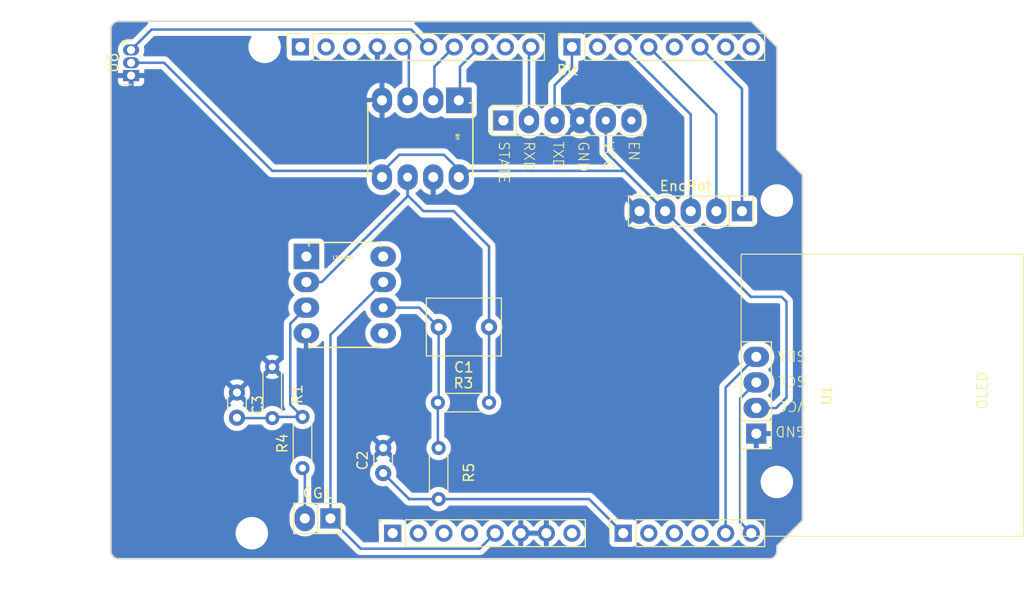
<source format=kicad_pcb>
(kicad_pcb (version 20241229) (generator "pcbnew") (generator_version "9.0")
  (title_block (date "mar. 31 mars 2015"))
  (layers (0 "F.Cu" signal) (2 "B.Cu" signal) (13 "F.Paste" user) (15 "B.Paste" user) (5 "F.SilkS" user "F.Silkscreen") (7 "B.SilkS" user "B.Silkscreen") (1 "F.Mask" user) (3 "B.Mask" user) (25 "Edge.Cuts" user))
  (net 0 "")
  (net 1 "GND")
  (net 3 "+5V")
  (net 4 "/IOREF")
  (net 5 "Sortie Capteur")
  (net 6 "/A1")
  (net 7 "/A2")
  (net 8 "/A3")
  (net 9 "/AREF")
  (net 10 "/*9")
  (net 11 "/*6")
  (net 12 "/TX{slash}1")
  (net 13 "/*3")
  (net 14 "/RX{slash}0")
  (net 15 "+3V3")
  (net 16 "VCC")
  (net 17 "/~{RESET}")
  (net 18 "TXD")
  (net 19 "SCL")
  (net 20 "RXD")
  (net 21 "SDA")
  (net 24 "CLK")
  (net 25 "DT")
  (net 26 "SW")
  (net 27 "ADC")
  (net 28 "SDI")
  (net 29 "SCK")
  (net 30 "SS")
  (net 31 "/A5")
  (net 32 "/A4")
  (net 33 "Net-(LTC1050--IN)")
  (net 34 "Net-(LTC1050-OUT)")
  (net 35 "Net-(LTC1050-+IN)")
  (net 36 "PWR")
  (footprint "Connector_PinSocket_2.54mm:PinSocket_1x08_P2.54mm_Vertical" (layer "F.Cu") (at 127.94 97.46 90)
    (property "Reference" "J1" (hide yes))
    (property "Value" "Power")
    (fp_line (start 1.33 -1.33) (end 1.33 0) (stroke (width 0.12)) (layer "F.SilkS"))
    (fp_line (start 0 -1.33) (end 1.33 -1.33) (stroke (width 0.12)) (layer "F.SilkS"))
    (fp_line (start 1.33 1.27) (end 1.33 19.11) (stroke (width 0.12)) (layer "F.SilkS"))
    (fp_line (start -1.33 1.27) (end 1.33 1.27) (stroke (width 0.12)) (layer "F.SilkS"))
    (fp_line (start -1.33 1.27) (end -1.33 19.11) (stroke (width 0.12)) (layer "F.SilkS"))
    (fp_line (start -1.33 19.11) (end 1.33 19.11) (stroke (width 0.12)) (layer "F.SilkS"))
    (pad "1" thru_hole rect (at 0 0 90) (size 1.7 1.7) (drill 1) (layers "*.Cu" "*.Mask"))
    (pad "2" thru_hole oval (at 0 2.54 90) (size 1.7 1.7) (drill 1) (layers "*.Cu" "*.Mask") (net 4 "/IOREF"))
    (pad "3" thru_hole oval (at 0 5.08 90) (size 1.7 1.7) (drill 1) (layers "*.Cu" "*.Mask") (net 17 "/~{RESET}"))
    (pad "4" thru_hole oval (at 0 7.62 90) (size 1.7 1.7) (drill 1) (layers "*.Cu" "*.Mask") (net 15 "+3V3"))
    (pad "5" thru_hole oval (at 0 10.16 90) (size 1.7 1.7) (drill 1) (layers "*.Cu" "*.Mask") (net 3 "+5V"))
    (pad "6" thru_hole oval (at 0 12.7 90) (size 1.7 1.7) (drill 1) (layers "*.Cu" "*.Mask") (net 1 "GND"))
    (pad "7" thru_hole oval (at 0 15.24 90) (size 1.7 1.7) (drill 1) (layers "*.Cu" "*.Mask") (net 1 "GND"))
    (pad "8" thru_hole oval (at 0 17.78 90) (size 1.7 1.7) (drill 1) (layers "*.Cu" "*.Mask") (net 16 "VCC"))
  )
  (footprint "Connector_PinSocket_2.54mm:PinSocket_1x06_P2.54mm_Vertical" (layer "F.Cu") (at 150.8 97.46 90)
    (property "Reference" "J3" (hide yes))
    (property "Value" "Analog")
    (fp_line (start 1.33 -1.33) (end 1.33 0) (stroke (width 0.12)) (layer "F.SilkS"))
    (fp_line (start 0 -1.33) (end 1.33 -1.33) (stroke (width 0.12)) (layer "F.SilkS"))
    (fp_line (start 1.33 1.27) (end 1.33 14.03) (stroke (width 0.12)) (layer "F.SilkS"))
    (fp_line (start -1.33 1.27) (end 1.33 1.27) (stroke (width 0.12)) (layer "F.SilkS"))
    (fp_line (start -1.33 1.27) (end -1.33 14.03) (stroke (width 0.12)) (layer "F.SilkS"))
    (fp_line (start -1.33 14.03) (end 1.33 14.03) (stroke (width 0.12)) (layer "F.SilkS"))
    (pad "1" thru_hole rect (at 0 0 90) (size 1.7 1.7) (drill 1) (layers "*.Cu" "*.Mask") (net 27 "ADC"))
    (pad "2" thru_hole oval (at 0 2.54 90) (size 1.7 1.7) (drill 1) (layers "*.Cu" "*.Mask") (net 6 "/A1"))
    (pad "3" thru_hole oval (at 0 5.08 90) (size 1.7 1.7) (drill 1) (layers "*.Cu" "*.Mask") (net 7 "/A2"))
    (pad "4" thru_hole oval (at 0 7.62 90) (size 1.7 1.7) (drill 1) (layers "*.Cu" "*.Mask") (net 8 "/A3"))
    (pad "5" thru_hole oval (at 0 10.16 90) (size 1.7 1.7) (drill 1) (layers "*.Cu" "*.Mask") (net 21 "SDA"))
    (pad "6" thru_hole oval (at 0 12.7 90) (size 1.7 1.7) (drill 1) (layers "*.Cu" "*.Mask") (net 19 "SCL"))
  )
  (footprint "Connector_PinSocket_2.54mm:PinSocket_1x10_P2.54mm_Vertical" (layer "F.Cu") (at 118.796 49.2 90)
    (property "Reference" "J2" (hide yes))
    (property "Value" "Digital/PWM")
    (fp_line (start 1.33 -1.33) (end 1.33 0) (stroke (width 0.12)) (layer "F.SilkS"))
    (fp_line (start 0 -1.33) (end 1.33 -1.33) (stroke (width 0.12)) (layer "F.SilkS"))
    (fp_line (start 1.33 1.27) (end 1.33 24.19) (stroke (width 0.12)) (layer "F.SilkS"))
    (fp_line (start -1.33 1.27) (end 1.33 1.27) (stroke (width 0.12)) (layer "F.SilkS"))
    (fp_line (start -1.33 1.27) (end -1.33 24.19) (stroke (width 0.12)) (layer "F.SilkS"))
    (fp_line (start -1.33 24.19) (end 1.33 24.19) (stroke (width 0.12)) (layer "F.SilkS"))
    (pad "1" thru_hole rect (at 0 0 90) (size 1.7 1.7) (drill 1) (layers "*.Cu" "*.Mask") (net 31 "/A5"))
    (pad "2" thru_hole oval (at 0 2.54 90) (size 1.7 1.7) (drill 1) (layers "*.Cu" "*.Mask") (net 32 "/A4"))
    (pad "3" thru_hole oval (at 0 5.08 90) (size 1.7 1.7) (drill 1) (layers "*.Cu" "*.Mask") (net 9 "/AREF"))
    (pad "4" thru_hole oval (at 0 7.62 90) (size 1.7 1.7) (drill 1) (layers "*.Cu" "*.Mask") (net 1 "GND"))
    (pad "5" thru_hole oval (at 0 10.16 90) (size 1.7 1.7) (drill 1) (layers "*.Cu" "*.Mask") (net 28 "SDI"))
    (pad "6" thru_hole oval (at 0 12.7 90) (size 1.7 1.7) (drill 1) (layers "*.Cu" "*.Mask") (net 36 "PWR"))
    (pad "7" thru_hole oval (at 0 15.24 90) (size 1.7 1.7) (drill 1) (layers "*.Cu" "*.Mask") (net 29 "SCK"))
    (pad "8" thru_hole oval (at 0 17.78 90) (size 1.7 1.7) (drill 1) (layers "*.Cu" "*.Mask") (net 30 "SS"))
    (pad "9" thru_hole oval (at 0 20.32 90) (size 1.7 1.7) (drill 1) (layers "*.Cu" "*.Mask") (net 10 "/*9"))
    (pad "10" thru_hole oval (at 0 22.86 90) (size 1.7 1.7) (drill 1) (layers "*.Cu" "*.Mask") (net 20 "RXD"))
  )
  (footprint "Connector_PinSocket_2.54mm:PinSocket_1x08_P2.54mm_Vertical" (layer "F.Cu") (at 145.72 49.2 90)
    (property "Reference" "J4" (hide yes))
    (property "Value" "Digital/PWM")
    (fp_line (start 1.33 -1.33) (end 1.33 0) (stroke (width 0.12)) (layer "F.SilkS"))
    (fp_line (start 0 -1.33) (end 1.33 -1.33) (stroke (width 0.12)) (layer "F.SilkS"))
    (fp_line (start 1.33 1.27) (end 1.33 19.11) (stroke (width 0.12)) (layer "F.SilkS"))
    (fp_line (start -1.33 1.27) (end 1.33 1.27) (stroke (width 0.12)) (layer "F.SilkS"))
    (fp_line (start -1.33 1.27) (end -1.33 19.11) (stroke (width 0.12)) (layer "F.SilkS"))
    (fp_line (start -1.33 19.11) (end 1.33 19.11) (stroke (width 0.12)) (layer "F.SilkS"))
    (pad "1" thru_hole rect (at 0 0 90) (size 1.7 1.7) (drill 1) (layers "*.Cu" "*.Mask") (net 18 "TXD"))
    (pad "2" thru_hole oval (at 0 2.54 90) (size 1.7 1.7) (drill 1) (layers "*.Cu" "*.Mask") (net 11 "/*6"))
    (pad "3" thru_hole oval (at 0 5.08 90) (size 1.7 1.7) (drill 1) (layers "*.Cu" "*.Mask") (net 26 "SW"))
    (pad "4" thru_hole oval (at 0 7.62 90) (size 1.7 1.7) (drill 1) (layers "*.Cu" "*.Mask") (net 25 "DT"))
    (pad "5" thru_hole oval (at 0 10.16 90) (size 1.7 1.7) (drill 1) (layers "*.Cu" "*.Mask") (net 13 "/*3"))
    (pad "6" thru_hole oval (at 0 12.7 90) (size 1.7 1.7) (drill 1) (layers "*.Cu" "*.Mask") (net 24 "CLK"))
    (pad "7" thru_hole oval (at 0 15.24 90) (size 1.7 1.7) (drill 1) (layers "*.Cu" "*.Mask") (net 12 "/TX{slash}1"))
    (pad "8" thru_hole oval (at 0 17.78 90) (size 1.7 1.7) (drill 1) (layers "*.Cu" "*.Mask") (net 14 "/RX{slash}0"))
  )
  (footprint "My_footprints_Librairy:MCP4110" (layer "F.Cu") (at 126.88 62.12 -90)
    (property "Reference" "U5" (at -4 -7.5 90) (layer "F.SilkS") (effects (font (size 0.314961 0.314961) (thickness 0.07874))))
    (property "Value" "MCP41100")
    (fp_line (start -7.366 1.397) (end -0.254 1.397) (stroke (width 0.1524)) (layer "F.SilkS"))
    (fp_line (start -0.254 1.397) (end -0.254 0.9906) (stroke (width 0.1524)) (layer "F.SilkS"))
    (fp_line (start -7.366 0.9906) (end -7.366 1.397) (stroke (width 0.1524)) (layer "F.SilkS"))
    (fp_line (start -0.254 -8.6106) (end -0.254 -9.017) (stroke (width 0.1524)) (layer "F.SilkS"))
    (fp_line (start -7.366 -9.017) (end -7.366 -8.6614) (stroke (width 0.1524)) (layer "F.SilkS"))
    (fp_line (start -0.254 -9.017) (end -7.366 -9.017) (stroke (width 0.1524)) (layer "F.SilkS"))
    (pad "1" thru_hole rect (at -7.62 -7.62 270) (size 2.54 2.54) (drill 1) (layers "*.Cu" "*.Mask") (net 30 "SS"))
    (pad "2" thru_hole oval (at -7.62 -5.08 270) (size 2.54 2) (drill 1) (layers "*.Cu" "*.Mask") (net 29 "SCK"))
    (pad "3" thru_hole oval (at -7.62 -2.54 270) (size 2.54 2) (drill 1) (layers "*.Cu" "*.Mask") (net 28 "SDI"))
    (pad "4" thru_hole oval (at -7.62 0 270) (size 2.54 2) (drill 1) (layers "*.Cu" "*.Mask") (net 1 "GND"))
    (pad "5" thru_hole oval (at 0 0 270) (size 2.54 2) (drill 1) (layers "*.Cu" "*.Mask") (net 3 "+5V"))
    (pad "6" thru_hole oval (at 0 -2.54 270) (size 2.54 2) (drill 0.889) (layers "*.Cu" "*.Mask") (net 33 "Net-(LTC1050--IN)"))
    (pad "7" thru_hole oval (at 0 -5.08 270) (size 2.54 2) (drill 1) (layers "*.Cu" "*.Mask") (net 1 "GND"))
    (pad "8" thru_hole oval (at 0 -7.62 270) (size 2.54 2) (drill 1) (layers "*.Cu" "*.Mask") (net 3 "+5V"))
  )
  (footprint "emprente:ENCODEUR ROTATION" (layer "F.Cu") (at 157.5 65.5 180)
    (property "Reference" "EncRot" (at 0.5 2.5 0) (layer "F.SilkS"))
    (property "Value" "~")
    (fp_line (start 6.18 1.5) (end -6.18 1.5) (stroke (width 0.12)) (layer "F.SilkS"))
    (fp_line (start 6.18 -1.5) (end 6.18 1.5) (stroke (width 0.12)) (layer "F.SilkS"))
    (fp_line (start -3.81 -1.5) (end -3.81 1.5) (stroke (width 0.12)) (layer "F.SilkS"))
    (fp_line (start -6.18 1.5) (end -6.18 -1.5) (stroke (width 0.12)) (layer "F.SilkS"))
    (fp_line (start -6.18 -1.5) (end 6.18 -1.5) (stroke (width 0.12)) (layer "F.SilkS"))
    (pad "1" thru_hole rect (at -5.08 0 180) (size 2 2) (drill 1) (layers "*.Cu" "*.Mask") (net 24 "CLK"))
    (pad "2" thru_hole oval (at -2.54 0 180) (size 2 2.54) (drill 1) (layers "*.Cu" "*.Mask") (net 25 "DT"))
    (pad "3" thru_hole oval (at 0 0 180) (size 2 2.54) (drill 1) (layers "*.Cu" "*.Mask") (net 26 "SW"))
    (pad "4" thru_hole oval (at 2.54 0 180) (size 2 2.54) (drill 1) (layers "*.Cu" "*.Mask") (net 3 "+5V"))
    (pad "5" thru_hole oval (at 5.08 0 180) (size 2 2.54) (drill 1) (layers "*.Cu" "*.Mask") (net 1 "GND"))
  )
  (footprint "My_footprints_Librairy:SIP-2" (layer "F.Cu") (at 120.5 96 180)
    (property "Reference" "CG1" (at 0 2.5 0) (layer "F.SilkS"))
    (property "Value" "~")
    (fp_line (start 2.37 1.5) (end -2.37 1.5) (stroke (width 0.12)) (layer "F.SilkS"))
    (fp_line (start 2.37 -1.5) (end 2.37 1.5) (stroke (width 0.12)) (layer "F.SilkS"))
    (fp_line (start 0 -1.5) (end 0 1.5) (stroke (width 0.12)) (layer "F.SilkS"))
    (fp_line (start -2.37 1.5) (end -2.37 -1.5) (stroke (width 0.12)) (layer "F.SilkS"))
    (fp_line (start -2.37 -1.5) (end 2.37 -1.5) (stroke (width 0.12)) (layer "F.SilkS"))
    (pad "1" thru_hole rect (at -1.27 0 180) (size 2 2) (drill 1) (layers "*.Cu" "*.Mask") (net 3 "+5V"))
    (pad "2" thru_hole oval (at 1.27 0 180) (size 2 2.54) (drill 1) (layers "*.Cu" "*.Mask") (net 5 "Sortie Capteur"))
  )
  (footprint "Capacitor_THT:C_Rect_L7.2mm_W5.5mm_P5.00mm_FKS2_FKP2_MKS2_MKP2" (layer "F.Cu") (at 137.5 77 180)
    (property "Reference" "C1" (at 2.5 -4 0) (layer "F.SilkS"))
    (property "Value" "1u")
    (fp_line (start 6.22 -2.87) (end 6.22 2.87) (stroke (width 0.12)) (layer "F.SilkS"))
    (fp_line (start -1.22 2.87) (end 6.22 2.87) (stroke (width 0.12)) (layer "F.SilkS"))
    (fp_line (start -1.22 -2.87) (end 6.22 -2.87) (stroke (width 0.12)) (layer "F.SilkS"))
    (fp_line (start -1.22 -2.87) (end -1.22 2.87) (stroke (width 0.12)) (layer "F.SilkS"))
    (pad "1" thru_hole circle (at 0 0 180) (size 1.6 1.6) (drill 0.8) (layers "*.Cu" "*.Mask") (net 33 "Net-(LTC1050--IN)"))
    (pad "2" thru_hole circle (at 5 0 180) (size 1.6 1.6) (drill 0.8) (layers "*.Cu" "*.Mask") (net 34 "Net-(LTC1050-OUT)"))
  )
  (footprint "Arduino_MountingHole:MountingHole_3.2mm" (layer "F.Cu") (at 115.24 49.2)
    (property "Reference" "MH1" (hide yes))
    (property "Value" "MountingHole_3.2mm" (hide yes))
    (pad "" np_thru_hole circle (at 0 0) (size 3.2 3.2) (drill 3.2) (layers "*.Cu" "*.Mask"))
  )
  (footprint "Resistor_THT:R_Axial_DIN0204_L3.6mm_D1.6mm_P5.08mm_Horizontal" (layer "F.Cu") (at 116 80.96 -90)
    (property "Reference" "R1" (at 2.705 -2.48 90) (layer "F.SilkS"))
    (property "Value" "100k")
    (fp_line (start 0.62 0.92) (end 4.46 0.92) (stroke (width 0.12)) (layer "F.SilkS"))
    (fp_line (start 0.62 -0.92) (end 4.46 -0.92) (stroke (width 0.12)) (layer "F.SilkS"))
    (pad "1" thru_hole circle (at 0 0 270) (size 1.4 1.4) (drill 0.7) (layers "*.Cu" "*.Mask") (net 1 "GND"))
    (pad "2" thru_hole oval (at 5.08 0 270) (size 1.4 1.4) (drill 0.7) (layers "*.Cu" "*.Mask") (net 35 "Net-(LTC1050-+IN)"))
  )
  (footprint "Capacitor_THT:C_Disc_D3.0mm_W1.6mm_P2.50mm" (layer "F.Cu") (at 112.5 83.5 -90)
    (property "Reference" "C3" (at 1.25 -2.05 90) (layer "F.SilkS"))
    (property "Value" "100n")
    (fp_line (start 0.621 0.92) (end 1.879 0.92) (stroke (width 0.12)) (layer "F.SilkS"))
    (fp_line (start 0.621 -0.92) (end 1.879 -0.92) (stroke (width 0.12)) (layer "F.SilkS"))
    (pad "1" thru_hole circle (at 0 0 270) (size 1.6 1.6) (drill 0.8) (layers "*.Cu" "*.Mask") (net 1 "GND"))
    (pad "2" thru_hole circle (at 2.5 0 270) (size 1.6 1.6) (drill 0.8) (layers "*.Cu" "*.Mask") (net 35 "Net-(LTC1050-+IN)"))
  )
  (footprint "Resistor_THT:R_Axial_DIN0204_L3.6mm_D1.6mm_P5.08mm_Horizontal" (layer "F.Cu") (at 119 91 90)
    (property "Reference" "R4" (at 2.46 -2 90) (layer "F.SilkS"))
    (property "Value" "10k")
    (fp_line (start 0.62 -0.92) (end 4.46 -0.92) (stroke (width 0.12)) (layer "F.SilkS"))
    (fp_line (start 0.62 0.92) (end 4.46 0.92) (stroke (width 0.12)) (layer "F.SilkS"))
    (pad "1" thru_hole circle (at 0 0 90) (size 1.4 1.4) (drill 0.7) (layers "*.Cu" "*.Mask") (net 5 "Sortie Capteur"))
    (pad "2" thru_hole oval (at 5.08 0 90) (size 1.4 1.4) (drill 0.7) (layers "*.Cu" "*.Mask") (net 35 "Net-(LTC1050-+IN)"))
  )
  (footprint "emprente:BLUETOOTH2" (layer "F.Cu") (at 145.27 56.5)
    (property "Reference" "Blt" (at 0 -5 0) (layer "F.SilkS"))
    (property "Value" "~")
    (fp_line (start -7.45 -1.5) (end 7.45 -1.5) (stroke (width 0.12)) (layer "F.SilkS"))
    (fp_line (start -7.45 1.5) (end -7.45 -1.5) (stroke (width 0.12)) (layer "F.SilkS"))
    (fp_line (start -5.08 -1.5) (end -5.08 1.5) (stroke (width 0.12)) (layer "F.SilkS"))
    (fp_line (start 7.45 -1.5) (end 7.45 1.5) (stroke (width 0.12)) (layer "F.SilkS"))
    (fp_line (start 7.45 1.5) (end -7.45 1.5) (stroke (width 0.12)) (layer "F.SilkS"))
    (fp_text user "VCC" (at 3.5 2 270) (layer "F.SilkS") (effects (font (thickness 0.1)) (justify left bottom)))
    (fp_text user "RXD" (at -4.38 2 270) (layer "F.SilkS") (effects (font (thickness 0.1)) (justify left bottom)))
    (fp_text user "STATE" (at -6.88 2 270) (layer "F.SilkS") (effects (font (thickness 0.1)) (justify left bottom)))
    (fp_text user "GND" (at 1 2 270) (layer "F.SilkS") (effects (font (thickness 0.1)) (justify left bottom)))
    (fp_text user "TXD" (at -1.5 2 270) (layer "F.SilkS") (effects (font (thickness 0.1)) (justify left bottom)))
    (fp_text user "EN" (at 6 2 270) (layer "F.SilkS") (effects (font (thickness 0.1)) (justify left bottom)))
    (pad "1" thru_hole rect (at -6.35 0) (size 2 2) (drill 1) (layers "*.Cu" "*.Mask"))
    (pad "2" thru_hole oval (at -3.81 0) (size 2 2.54) (drill 1) (layers "*.Cu" "*.Mask") (net 20 "RXD"))
    (pad "3" thru_hole oval (at -1.27 0) (size 2 2.54) (drill 0.8) (layers "*.Cu" "*.Mask") (net 18 "TXD"))
    (pad "4" thru_hole oval (at 1.27 0) (size 2 2.54) (drill 0.8) (layers "*.Cu" "*.Mask") (net 1 "GND"))
    (pad "5" thru_hole oval (at 3.81 0) (size 2 2.54) (drill 0.8) (layers "*.Cu" "*.Mask") (net 3 "+5V"))
    (pad "6" thru_hole oval (at 6.35 0) (size 2 2.4) (drill 0.8) (layers "*.Cu" "*.Mask"))
  )
  (footprint "emprente:SIP-4" (layer "F.Cu") (at 164 83.77 90)
    (property "Reference" "U1" (at 0 7 90) (layer "F.SilkS"))
    (property "Value" "~")
    (fp_line (start 5.31 -1.5) (end 5.31 1.5) (stroke (width 0.12)) (layer "F.SilkS"))
    (fp_line (start -2.54 -1.5) (end -2.54 1.5) (stroke (width 0.12)) (layer "F.SilkS"))
    (fp_line (start -5.31 -1.5) (end 5.31 -1.5) (stroke (width 0.12)) (layer "F.SilkS"))
    (fp_line (start 5.31 1.5) (end -5.31 1.5) (stroke (width 0.12)) (layer "F.SilkS"))
    (fp_line (start -5.31 1.5) (end -5.31 -1.5) (stroke (width 0.12)) (layer "F.SilkS"))
    (fp_rect (start -14 -1.5) (end 14 26.5) (stroke (width 0.1)) (fill no) (layer "F.SilkS"))
    (fp_text user "GND" (at -3 5 180) (layer "F.SilkS") (effects (font (thickness 0.1)) (justify left bottom)))
    (fp_text user "SCL" (at 2 5 180) (layer "F.SilkS") (effects (font (thickness 0.1)) (justify left bottom)))
    (fp_text user "SDA" (at 4.5 5 180) (layer "F.SilkS") (effects (font (thickness 0.1)) (justify left bottom)))
    (fp_text user "VCC" (at -0.5 5 180) (layer "F.SilkS") (effects (font (thickness 0.1)) (justify left bottom)))
    (fp_text user "OLED" (at -1.5 23 90) (layer "F.SilkS") (effects (font (thickness 0.1)) (justify left bottom)))
    (pad "1" thru_hole rect (at -3.81 0 90) (size 2 2) (drill 1) (layers "*.Cu" "*.Mask") (net 1 "GND"))
    (pad "2" thru_hole oval (at -1.27 0 90) (size 2 2.54) (drill 1) (layers "*.Cu" "*.Mask") (net 3 "+5V"))
    (pad "3" thru_hole oval (at 1.27 0 90) (size 2 2.54) (drill 1) (layers "*.Cu" "*.Mask") (net 19 "SCL"))
    (pad "4" thru_hole oval (at 3.81 0 90) (size 2 2.54) (drill 1) (layers "*.Cu" "*.Mask") (net 21 "SDA"))
  )
  (footprint "LTC1050ACN8_PBF:PDIP-8_N" (layer "F.Cu") (at 127 77.62)
    (property "Reference" "LTC1050" (at -4 -7.5 0) (layer "F.SilkS") (effects (font (size 0.314961 0.314961) (thickness 0.07874))))
    (property "Value" "LTC1050ACN8_PBF")
    (fp_line (start -7.366 -9.017) (end -7.366 -8.6614) (stroke (width 0.1524)) (layer "F.SilkS"))
    (fp_line (start -7.366 0.9906) (end -7.366 1.397) (stroke (width 0.1524)) (layer "F.SilkS"))
    (fp_line (start -7.366 1.397) (end -0.254 1.397) (stroke (width 0.1524)) (layer "F.SilkS"))
    (fp_line (start -0.254 -9.017) (end -7.366 -9.017) (stroke (width 0.1524)) (layer "F.SilkS"))
    (fp_line (start -0.254 -8.6106) (end -0.254 -9.017) (stroke (width 0.1524)) (layer "F.SilkS"))
    (fp_line (start -0.254 1.397) (end -0.254 0.9906) (stroke (width 0.1524)) (layer "F.SilkS"))
    (pad "1" thru_hole rect (at -7.62 -7.62) (size 2.54 2.54) (drill 1) (layers "*.Cu" "*.Mask"))
    (pad "2" thru_hole oval (at -7.62 -5.08) (size 2.54 2) (drill 1) (layers "*.Cu" "*.Mask") (net 33 "Net-(LTC1050--IN)"))
    (pad "3" thru_hole oval (at -7.62 -2.54) (size 2.54 2) (drill 1) (layers "*.Cu" "*.Mask") (net 35 "Net-(LTC1050-+IN)"))
    (pad "4" thru_hole oval (at -7.62 0) (size 2.54 2) (drill 1) (layers "*.Cu" "*.Mask") (net 1 "GND"))
    (pad "5" thru_hole oval (at 0 0) (size 2.54 2) (drill 1) (layers "*.Cu" "*.Mask"))
    (pad "6" thru_hole oval (at 0 -2.54) (size 2.54 2) (drill 0.889) (layers "*.Cu" "*.Mask") (net 34 "Net-(LTC1050-OUT)"))
    (pad "7" thru_hole oval (at 0 -5.08) (size 2.54 2) (drill 1) (layers "*.Cu" "*.Mask") (net 3 "+5V"))
    (pad "8" thru_hole oval (at 0 -7.62) (size 2.54 2) (drill 1) (layers "*.Cu" "*.Mask"))
  )
  (footprint "Arduino_MountingHole:MountingHole_3.2mm" (layer "F.Cu") (at 113.97 97.46)
    (property "Reference" "MH2" (hide yes))
    (property "Value" "MountingHole_3.2mm" (hide yes))
    (pad "" np_thru_hole circle (at 0 0) (size 3.2 3.2) (drill 3.2) (layers "*.Cu" "*.Mask"))
  )
  (footprint "Arduino_MountingHole:MountingHole_3.2mm" (layer "F.Cu") (at 166.04 64.44)
    (property "Reference" "MH3" (hide yes))
    (property "Value" "MountingHole_3.2mm" (hide yes))
    (pad "" np_thru_hole circle (at 0 0) (size 3.2 3.2) (drill 3.2) (layers "*.Cu" "*.Mask"))
  )
  (footprint "Arduino_MountingHole:MountingHole_3.2mm" (layer "F.Cu") (at 166.04 92.38)
    (property "Reference" "MH4" (hide yes))
    (property "Value" "MountingHole_3.2mm" (hide yes))
    (pad "" np_thru_hole circle (at 0 0) (size 3.2 3.2) (drill 3.2) (layers "*.Cu" "*.Mask"))
  )
  (footprint "Resistor_THT:R_Axial_DIN0204_L3.6mm_D1.6mm_P5.08mm_Horizontal" (layer "F.Cu") (at 132.42 84.5)
    (property "Reference" "R3" (at 2.54 -1.92 0) (layer "F.SilkS"))
    (property "Value" "100k")
    (fp_line (start 0.62 -0.92) (end 4.46 -0.92) (stroke (width 0.12)) (layer "F.SilkS"))
    (fp_line (start 0.62 0.92) (end 4.46 0.92) (stroke (width 0.12)) (layer "F.SilkS"))
    (pad "1" thru_hole circle (at 0 0) (size 1.4 1.4) (drill 0.7) (layers "*.Cu" "*.Mask") (net 34 "Net-(LTC1050-OUT)"))
    (pad "2" thru_hole oval (at 5.08 0) (size 1.4 1.4) (drill 0.7) (layers "*.Cu" "*.Mask") (net 33 "Net-(LTC1050--IN)"))
  )
  (footprint "Sensor_Current:Allegro_SIP-3" (layer "F.Cu") (at 102 52.04 90)
    (property "Reference" "U6" (at 1.27 -1.8 90) (layer "F.SilkS"))
    (property "Value" "~")
    (fp_line (start 3.435 -0.85) (end 3.07 -0.85) (stroke (width 0.12)) (layer "F.SilkS"))
    (fp_line (start 3.435 -0.85) (end 3.435 0) (stroke (width 0.12)) (layer "F.SilkS"))
    (fp_line (start 2.01 -0.85) (end 1.8 -0.85) (stroke (width 0.12)) (layer "F.SilkS"))
    (fp_line (start -0.895 0) (end -0.895 -0.85) (stroke (width 0.12)) (layer "F.SilkS"))
    (fp_line (start 2.01 0.91) (end 1.8 0.91) (stroke (width 0.12)) (layer "F.SilkS"))
    (pad "1" thru_hole rect (at 0 0 90) (size 1.1 1.6) (drill 0.8) (layers "*.Cu" "*.Mask") (net 1 "GND"))
    (pad "2" thru_hole oval (at 1.27 0 90) (size 1.1 1.6) (drill 0.8) (layers "*.Cu" "*.Mask") (net 3 "+5V"))
    (pad "3" thru_hole oval (at 2.54 0 90) (size 1.1 1.6) (drill 0.8) (layers "*.Cu" "*.Mask") (net 36 "PWR"))
  )
  (footprint "Capacitor_THT:C_Disc_D3.0mm_W1.6mm_P2.50mm" (layer "F.Cu") (at 127 91.5 90)
    (property "Reference" "C2" (at 1.25 -2.05 90) (layer "F.SilkS"))
    (property "Value" "100n" (hide yes))
    (fp_line (start 0.621 -0.92) (end 1.879 -0.92) (stroke (width 0.12)) (layer "F.SilkS"))
    (fp_line (start 0.621 0.92) (end 1.879 0.92) (stroke (width 0.12)) (layer "F.SilkS"))
    (pad "1" thru_hole circle (at 0 0 90) (size 1.6 1.6) (drill 0.8) (layers "*.Cu" "*.Mask") (net 27 "ADC"))
    (pad "2" thru_hole circle (at 2.5 0 90) (size 1.6 1.6) (drill 0.8) (layers "*.Cu" "*.Mask") (net 1 "GND"))
  )
  (footprint "Resistor_THT:R_Axial_DIN0204_L3.6mm_D1.6mm_P5.08mm_Horizontal" (layer "F.Cu") (at 132.5 89 -90)
    (property "Reference" "R5" (at 2.46 -3 90) (layer "F.SilkS"))
    (property "Value" "1k")
    (fp_line (start 0.62 0.92) (end 4.46 0.92) (stroke (width 0.12)) (layer "F.SilkS"))
    (fp_line (start 0.62 -0.92) (end 4.46 -0.92) (stroke (width 0.12)) (layer "F.SilkS"))
    (pad "1" thru_hole circle (at 0 0 270) (size 1.4 1.4) (drill 0.7) (layers "*.Cu" "*.Mask") (net 34 "Net-(LTC1050-OUT)"))
    (pad "2" thru_hole oval (at 5.08 0 270) (size 1.4 1.4) (drill 0.7) (layers "*.Cu" "*.Mask") (net 27 "ADC"))
  )
  (gr_line (start 166.04 59.36) (end 168.58 61.9) (stroke (width 0.15)) (layer "Edge.Cuts"))
  (gr_line (start 100 99.238) (end 100 47.184) (stroke (width 0.15)) (layer "Edge.Cuts"))
  (gr_line (start 168.58 61.9) (end 168.58 96.19) (stroke (width 0.15)) (layer "Edge.Cuts"))
  (gr_line (start 165.278 100) (end 100.762 100) (stroke (width 0.15)) (layer "Edge.Cuts"))
  (gr_line (start 100.762 46.66) (end 163.5 46.66) (stroke (width 0.15)) (layer "Edge.Cuts"))
  (gr_arc (start 100.762 100) (mid 100.223185 99.776815) (end 100 99.238) (stroke (width 0.15)) (layer "Edge.Cuts"))
  (gr_line (start 168.58 96.19) (end 166.04 98.73) (stroke (width 0.15)) (layer "Edge.Cuts"))
  (gr_line (start 163.5 46.66) (end 166.04 49.2) (stroke (width 0.15)) (layer "Edge.Cuts"))
  (gr_arc (start 166.04 99.238) (mid 165.816815 99.776815) (end 165.278 100) (stroke (width 0.15)) (layer "Edge.Cuts"))
  (gr_line (start 166.04 49.2) (end 166.04 59.36) (stroke (width 0.15)) (layer "Edge.Cuts"))
  (gr_line (start 166.04 98.73) (end 166.04 99.238) (stroke (width 0.15)) (layer "Edge.Cuts"))
  (gr_arc (start 100 47.422) (mid 100.223185 46.883185) (end 100.762 46.66) (stroke (width 0.15)) (layer "Edge.Cuts"))
  (segment (start 127 49.784) (end 126.416 49.2) (width 0.25) (layer "B.Cu") (net 1))
  (segment (start 103.08 80.42) (end 103 80.5) (width 0.25) (layer "B.Cu") (net 1))
  (segment (start 121.77 96) (end 124.77 99) (width 0.25) (layer "B.Cu") (net 3))
  (segment (start 128.596 59.904) (end 133.024 59.904) (width 0.25) (layer "B.Cu") (net 3))
  (segment (start 124.77 99) (end 136.56 99) (width 0.25) (layer "B.Cu") (net 3))
  (segment (start 149.08 56.5) (end 149.08 59.62) (width 0.25) (layer "B.Cu") (net 3))
  (segment (start 127 61.5) (end 128.596 59.904) (width 0.25) (layer "B.Cu") (net 3))
  (segment (start 127 72.54) (end 121.77 77.77) (width 0.25) (layer "B.Cu") (net 3))
  (segment (start 165.96 85.04) (end 167 84) (width 0.25) (layer "B.Cu") (net 3))
  (segment (start 102 50.77) (end 105.27 50.77) (width 0.25) (layer "B.Cu") (net 3))
  (segment (start 154.96 65.5) (end 150.96 61.5) (width 0.25) (layer "B.Cu") (net 3))
  (segment (start 167 84) (end 167 74.5) (width 0.25) (layer "B.Cu") (net 3))
  (segment (start 116 61.5) (end 127 61.5) (width 0.25) (layer "B.Cu") (net 3))
  (segment (start 167 74.5) (end 166.5 74) (width 0.25) (layer "B.Cu") (net 3))
  (segment (start 163.46 74) (end 154.96 65.5) (width 0.25) (layer "B.Cu") (net 3))
  (segment (start 150.96 61.5) (end 134.62 61.5) (width 0.25) (layer "B.Cu") (net 3))
  (segment (start 149.08 59.62) (end 154.96 65.5) (width 0.25) (layer "B.Cu") (net 3))
  (segment (start 121.77 77.77) (end 121.77 96) (width 0.25) (layer "B.Cu") (net 3))
  (segment (start 133.024 59.904) (end 134.62 61.5) (width 0.25) (layer "B.Cu") (net 3))
  (segment (start 166.5 74) (end 163.46 74) (width 0.25) (layer "B.Cu") (net 3))
  (segment (start 138.5 97.86) (end 138.1 97.46) (width 0.25) (layer "B.Cu") (net 3))
  (segment (start 164 85.04) (end 165.96 85.04) (width 0.25) (layer "B.Cu") (net 3))
  (segment (start 105.27 50.77) (end 116 61.5) (width 0.25) (layer "B.Cu") (net 3))
  (segment (start 136.56 99) (end 138.1 97.46) (width 0.25) (layer "B.Cu") (net 3))
  (segment (start 119.23 96) (end 119.23 91.23) (width 0.25) (layer "B.Cu") (net 5))
  (segment (start 119.23 91.23) (end 119 91) (width 0.25) (layer "B.Cu") (net 5))
  (segment (start 144 53) (end 145.72 51.28) (width 0.25) (layer "B.Cu") (net 18))
  (segment (start 145.72 51.28) (end 145.72 49.2) (width 0.25) (layer "B.Cu") (net 18))
  (segment (start 144 56.5) (end 144 53) (width 0.25) (layer "B.Cu") (net 18))
  (segment (start 162.404 96.364) (end 163.5 97.46) (width 0.25) (layer "B.Cu") (net 19))
  (segment (start 162.404 84.096) (end 162.404 96.364) (width 0.25) (layer "B.Cu") (net 19))
  (segment (start 164 82.5) (end 162.404 84.096) (width 0.25) (layer "B.Cu") (net 19))
  (segment (start 141.46 49.396) (end 141.656 49.2) (width 0.25) (layer "B.Cu") (net 20))
  (segment (start 141.46 56.5) (end 141.46 49.396) (width 0.25) (layer "B.Cu") (net 20))
  (segment (start 160.96 83) (end 160.96 97.46) (width 0.25) (layer "B.Cu") (net 21))
  (segment (start 164 79.96) (end 160.96 83) (width 0.25) (layer "B.Cu") (net 21))
  (segment (start 162.58 53.36) (end 158.42 49.2) (width 0.25) (layer "B.Cu") (net 24))
  (segment (start 162.58 65.5) (end 162.58 53.36) (width 0.25) (layer "B.Cu") (net 24))
  (segment (start 160.04 55.9) (end 153.34 49.2) (width 0.25) (layer "B.Cu") (net 25))
  (segment (start 160.04 65.5) (end 160.04 55.9) (width 0.25) (layer "B.Cu") (net 25))
  (segment (start 157.5 55.9) (end 150.8 49.2) (width 0.25) (layer "B.Cu") (net 26))
  (segment (start 157.5 65.5) (end 157.5 55.9) (width 0.25) (layer "B.Cu") (net 26))
  (segment (start 127 91.5) (end 129.58 94.08) (width 0.25) (layer "B.Cu") (net 27))
  (segment (start 132.5 94.08) (end 147.42 94.08) (width 0.25) (layer "B.Cu") (net 27))
  (segment (start 147.42 94.08) (end 150.8 97.46) (width 0.25) (layer "B.Cu") (net 27))
  (segment (start 129.58 94.08) (end 132.5 94.08) (width 0.25) (layer "B.Cu") (net 27))
  (segment (start 129.54 53.88) (end 129.54 49.784) (width 0.25) (layer "B.Cu") (net 28))
  (segment (start 129.54 49.784) (end 128.956 49.2) (width 0.25) (layer "B.Cu") (net 28))
  (segment (start 132.08 53.88) (end 132.08 51.156) (width 0.25) (layer "B.Cu") (net 29))
  (segment (start 132.08 51.156) (end 134.036 49.2) (width 0.25) (layer "B.Cu") (net 29))
  (segment (start 134.62 53.88) (end 134.62 51.156) (width 0.25) (layer "B.Cu") (net 30))
  (segment (start 134.62 51.156) (end 136.576 49.2) (width 0.25) (layer "B.Cu") (net 30))
  (segment (start 121.336 49.2) (end 121.2 49.2) (width 0.25) (layer "B.Cu") (net 32))
  (segment (start 121.2 49.2) (end 121 49) (width 0.25) (layer "B.Cu") (net 32))
  (segment (start 137.5 77) (end 137.5 69) (width 0.25) (layer "B.Cu") (net 33))
  (segment (start 137.5 69) (end 134 65.5) (width 0.25) (layer "B.Cu") (net 33))
  (segment (start 129.42 63.92) (end 129.42 62.12) (width 0.25) (layer "B.Cu") (net 33))
  (segment (start 137.5 77) (end 137.5 84.5) (width 0.25) (layer "B.Cu") (net 33))
  (segment (start 134 65.5) (end 131 65.5) (width 0.25) (layer "B.Cu") (net 33))
  (segment (start 120.9 72.54) (end 129.42 64.02) (width 0.25) (layer "B.Cu") (net 33))
  (segment (start 129.42 64.02) (end 129.42 62.12) (width 0.25) (layer "B.Cu") (net 33))
  (segment (start 131 65.5) (end 129.42 63.92) (width 0.25) (layer "B.Cu") (net 33))
  (segment (start 119.38 72.54) (end 120.9 72.54) (width 0.25) (layer "B.Cu") (net 33))
  (segment (start 132.46 84.42) (end 132.38 84.5) (width 0.25) (layer "B.Cu") (net 34))
  (segment (start 130.58 75.08) (end 132.5 77) (width 0.25) (layer "B.Cu") (net 34))
  (segment (start 127 75.08) (end 130.58 75.08) (width 0.25) (layer "B.Cu") (net 34))
  (segment (start 132.5 84.42) (end 132.42 84.5) (width 0.25) (layer "B.Cu") (net 34))
  (segment (start 132.42 88.92) (end 132.5 89) (width 0.25) (layer "B.Cu") (net 34))
  (segment (start 132.5 77) (end 132.5 84.42) (width 0.25) (layer "B.Cu") (net 34))
  (segment (start 132.42 84.5) (end 132.42 88.92) (width 0.25) (layer "B.Cu") (net 34))
  (segment (start 117.784 84.704) (end 117.784 76.676) (width 0.25) (layer "B.Cu") (net 35))
  (segment (start 119 85.92) (end 117.784 84.704) (width 0.25) (layer "B.Cu") (net 35))
  (segment (start 112.54 86.04) (end 112.5 86) (width 0.25) (layer "B.Cu") (net 35))
  (segment (start 116 86.04) (end 112.54 86.04) (width 0.25) (layer "B.Cu") (net 35))
  (segment (start 119 85.92) (end 116.12 85.92) (width 0.25) (layer "B.Cu") (net 35))
  (segment (start 117.784 76.676) (end 119.38 75.08) (width 0.25) (layer "B.Cu") (net 35))
  (segment (start 116.12 85.92) (end 116 86.04) (width 0.25) (layer "B.Cu") (net 35))
  (segment (start 102 49.5) (end 104.026 47.474) (width 0.25) (layer "B.Cu") (net 36))
  (segment (start 104.026 47.474) (end 129.77 47.474) (width 0.25) (layer "B.Cu") (net 36))
  (segment (start 129.77 47.474) (end 131.496 49.2) (width 0.25) (layer "B.Cu") (net 36))
  (zone (net 1) (net_name "GND") (layer "B.Cu") (connect_pads (clearance 0.508)) (min_thickness 0.25) (fill yes (thermal_gap 0.5) (thermal_bridge_width 0.5))
    (polygon (pts (xy 89.5 45) (xy 89 104.5) (xy 175.5 104) (xy 176 45)))
  )
)
</source>
